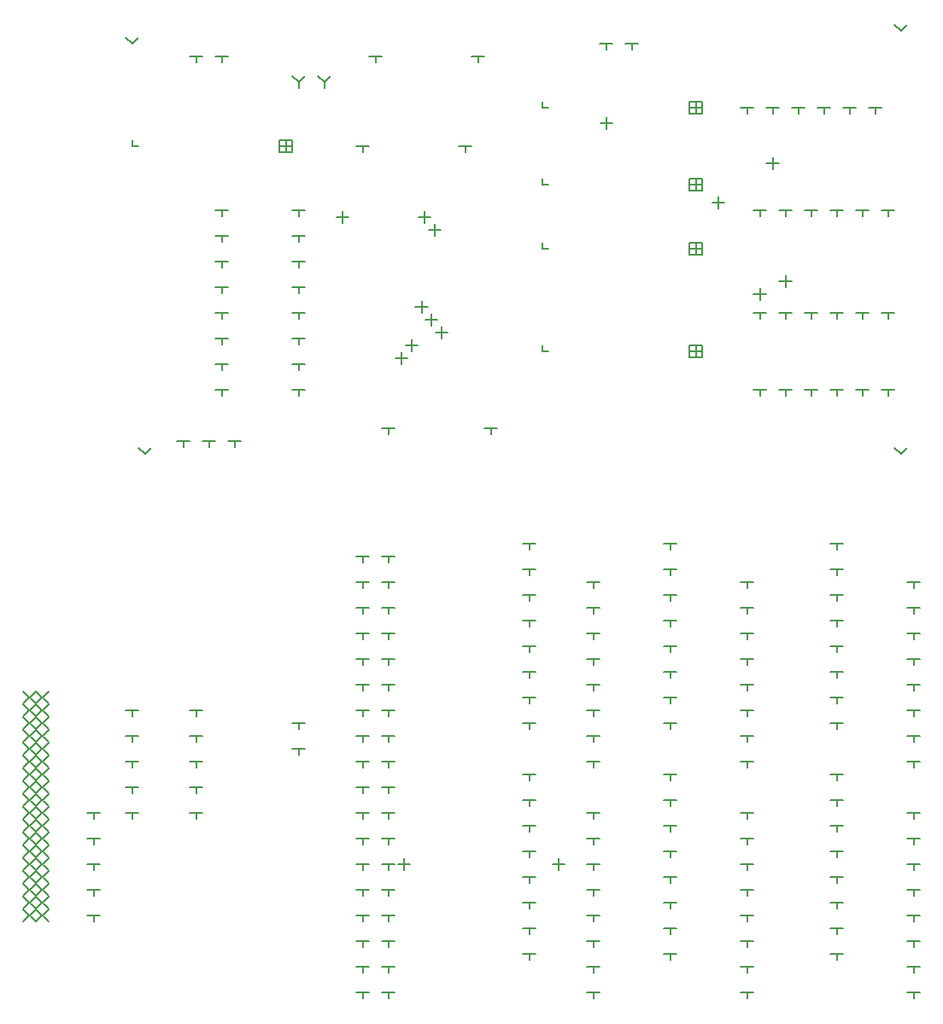
<source format=gbr>
G04 DipTrace 2.4.0.2*
%INThrough.gbr*%
%MOIN*%
G04 Drill Symbols*
G04 D=0.0191 - Cross*
G04 D=0.0236 - X*
G04 D=0.028 - Y*
G04 D=0.0354 - T*
G04 D=0.0394 - V*
G04 D=0.046 - Clock*
G04 D=0.046 - Box_Cross*
%ADD10C,0.008*%
%FSLAX44Y44*%
G04*
G70*
G90*
G75*
G01*
X23205Y42440D2*
D10*
X23675D1*
X23440D2*
Y42205D1*
X19205Y42440D2*
X19675D1*
X19440D2*
Y42205D1*
X22705Y38940D2*
X23175D1*
X22940D2*
Y38705D1*
X18705Y38940D2*
X19175D1*
X18940D2*
Y38705D1*
X23705Y27940D2*
X24175D1*
X23940D2*
Y27705D1*
X19705Y27940D2*
X20175D1*
X19940D2*
Y27705D1*
X11705Y27440D2*
X12175D1*
X11940D2*
Y27205D1*
X12705Y27440D2*
X13175D1*
X12940D2*
Y27205D1*
X13705Y27440D2*
X14175D1*
X13940D2*
Y27205D1*
X12205Y42440D2*
X12675D1*
X12440D2*
Y42205D1*
X13205Y42440D2*
X13675D1*
X13440D2*
Y42205D1*
X33705Y40440D2*
X34175D1*
X33940D2*
Y40205D1*
X34705Y40440D2*
X35175D1*
X34940D2*
Y40205D1*
X35705Y40440D2*
X36175D1*
X35940D2*
Y40205D1*
X36705Y40440D2*
X37175D1*
X36940D2*
Y40205D1*
X37705Y40440D2*
X38175D1*
X37940D2*
Y40205D1*
X38705Y40440D2*
X39175D1*
X38940D2*
Y40205D1*
X34205Y36440D2*
X34675D1*
X34440D2*
Y36205D1*
X35205Y36440D2*
X35675D1*
X35440D2*
Y36205D1*
X36205Y36440D2*
X36675D1*
X36440D2*
Y36205D1*
X37205Y36440D2*
X37675D1*
X37440D2*
Y36205D1*
X38205Y36440D2*
X38675D1*
X38440D2*
Y36205D1*
X39205Y36440D2*
X39675D1*
X39440D2*
Y36205D1*
X34205Y32440D2*
X34675D1*
X34440D2*
Y32205D1*
X35205Y32440D2*
X35675D1*
X35440D2*
Y32205D1*
X36205Y32440D2*
X36675D1*
X36440D2*
Y32205D1*
X37205Y32440D2*
X37675D1*
X37440D2*
Y32205D1*
X38205Y32440D2*
X38675D1*
X38440D2*
Y32205D1*
X39205Y32440D2*
X39675D1*
X39440D2*
Y32205D1*
X34205Y29440D2*
X34675D1*
X34440D2*
Y29205D1*
X35205Y29440D2*
X35675D1*
X35440D2*
Y29205D1*
X36205Y29440D2*
X36675D1*
X36440D2*
Y29205D1*
X37205Y29440D2*
X37675D1*
X37440D2*
Y29205D1*
X38205Y29440D2*
X38675D1*
X38440D2*
Y29205D1*
X39205Y29440D2*
X39675D1*
X39440D2*
Y29205D1*
X28205Y42940D2*
X28675D1*
X28440D2*
Y42705D1*
X29205Y42940D2*
X29675D1*
X29440D2*
Y42705D1*
X31940Y40675D2*
Y40205D1*
X31705Y40440D2*
X32175D1*
X31705Y40675D2*
X32175D1*
Y40205D1*
X31705D1*
Y40675D1*
X25940D2*
Y40440D1*
X26175D1*
X31940Y37675D2*
Y37205D1*
X31705Y37440D2*
X32175D1*
X31705Y37675D2*
X32175D1*
Y37205D1*
X31705D1*
Y37675D1*
X25940D2*
Y37440D1*
X26175D1*
X31940Y35175D2*
Y34705D1*
X31705Y34940D2*
X32175D1*
X31705Y35175D2*
X32175D1*
Y34705D1*
X31705D1*
Y35175D1*
X25940D2*
Y34940D1*
X26175D1*
X31940Y31175D2*
Y30705D1*
X31705Y30940D2*
X32175D1*
X31705Y31175D2*
X32175D1*
Y30705D1*
X31705D1*
Y31175D1*
X25940D2*
Y30940D1*
X26175D1*
X13205Y36440D2*
X13675D1*
X13440D2*
Y36205D1*
X13205Y35440D2*
X13675D1*
X13440D2*
Y35205D1*
X13205Y34440D2*
X13675D1*
X13440D2*
Y34205D1*
X13205Y33440D2*
X13675D1*
X13440D2*
Y33205D1*
X13205Y32440D2*
X13675D1*
X13440D2*
Y32205D1*
X13205Y31440D2*
X13675D1*
X13440D2*
Y31205D1*
X13205Y30440D2*
X13675D1*
X13440D2*
Y30205D1*
X13205Y29440D2*
X13675D1*
X13440D2*
Y29205D1*
X16205Y29440D2*
X16675D1*
X16440D2*
Y29205D1*
X16205Y30440D2*
X16675D1*
X16440D2*
Y30205D1*
X16205Y31440D2*
X16675D1*
X16440D2*
Y31205D1*
X16205Y32440D2*
X16675D1*
X16440D2*
Y32205D1*
X16205Y33440D2*
X16675D1*
X16440D2*
Y33205D1*
X16205Y34440D2*
X16675D1*
X16440D2*
Y34205D1*
X16205Y35440D2*
X16675D1*
X16440D2*
Y35205D1*
X16205Y36440D2*
X16675D1*
X16440D2*
Y36205D1*
X17205Y41675D2*
X17440Y41440D1*
X17675Y41675D1*
X17440Y41440D2*
Y41205D1*
X16205Y41675D2*
X16440Y41440D1*
X16675Y41675D1*
X16440Y41440D2*
Y41205D1*
X15940Y39175D2*
Y38705D1*
X15705Y38940D2*
X16175D1*
X15705Y39175D2*
X16175D1*
Y38705D1*
X15705D1*
Y39175D1*
X9940D2*
Y38940D1*
X10175D1*
X20450Y30925D2*
Y30455D1*
X20215Y30690D2*
X20685D1*
X21747Y35925D2*
Y35455D1*
X21512Y35690D2*
X21982D1*
X21353Y36425D2*
Y35955D1*
X21118Y36190D2*
X21588D1*
X18170Y36425D2*
Y35955D1*
X17935Y36190D2*
X18405D1*
X32825Y36995D2*
Y36525D1*
X32590Y36760D2*
X33060D1*
X34940Y38530D2*
Y38060D1*
X34705Y38295D2*
X35175D1*
X28468Y40080D2*
Y39610D1*
X28233Y39845D2*
X28703D1*
X34440Y33425D2*
Y32955D1*
X34205Y33190D2*
X34675D1*
X35440Y33925D2*
Y33455D1*
X35205Y33690D2*
X35675D1*
X21240Y32925D2*
Y32455D1*
X21005Y32690D2*
X21475D1*
X21634Y32425D2*
Y31955D1*
X21399Y32190D2*
X21869D1*
X20845Y31425D2*
Y30955D1*
X20610Y31190D2*
X21080D1*
X22029Y31925D2*
Y31455D1*
X21794Y31690D2*
X22264D1*
X9705Y12940D2*
X10175D1*
X9940D2*
Y12705D1*
X9705Y13940D2*
X10175D1*
X9940D2*
Y13705D1*
X9705Y14940D2*
X10175D1*
X9940D2*
Y14705D1*
X9705Y15940D2*
X10175D1*
X9940D2*
Y15705D1*
X9705Y16940D2*
X10175D1*
X9940D2*
Y16705D1*
X5705Y17675D2*
X6175Y17205D1*
Y17675D2*
X5705Y17205D1*
X6205Y17675D2*
X6675Y17205D1*
Y17675D2*
X6205Y17205D1*
X5705Y17175D2*
X6175Y16705D1*
Y17175D2*
X5705Y16705D1*
X6205Y17175D2*
X6675Y16705D1*
Y17175D2*
X6205Y16705D1*
X5705Y16675D2*
X6175Y16205D1*
Y16675D2*
X5705Y16205D1*
X6205Y16675D2*
X6675Y16205D1*
Y16675D2*
X6205Y16205D1*
X5705Y16175D2*
X6175Y15705D1*
Y16175D2*
X5705Y15705D1*
X6205Y16175D2*
X6675Y15705D1*
Y16175D2*
X6205Y15705D1*
X5705Y15675D2*
X6175Y15205D1*
Y15675D2*
X5705Y15205D1*
X6205Y15675D2*
X6675Y15205D1*
Y15675D2*
X6205Y15205D1*
X5705Y15175D2*
X6175Y14705D1*
Y15175D2*
X5705Y14705D1*
X6205Y15175D2*
X6675Y14705D1*
Y15175D2*
X6205Y14705D1*
X5705Y14675D2*
X6175Y14205D1*
Y14675D2*
X5705Y14205D1*
X6205Y14675D2*
X6675Y14205D1*
Y14675D2*
X6205Y14205D1*
X5705Y14175D2*
X6175Y13705D1*
Y14175D2*
X5705Y13705D1*
X6205Y14175D2*
X6675Y13705D1*
Y14175D2*
X6205Y13705D1*
X5705Y13675D2*
X6175Y13205D1*
Y13675D2*
X5705Y13205D1*
X6205Y13675D2*
X6675Y13205D1*
Y13675D2*
X6205Y13205D1*
X5705Y13175D2*
X6175Y12705D1*
Y13175D2*
X5705Y12705D1*
X6205Y13175D2*
X6675Y12705D1*
Y13175D2*
X6205Y12705D1*
X5705Y12675D2*
X6175Y12205D1*
Y12675D2*
X5705Y12205D1*
X6205Y12675D2*
X6675Y12205D1*
Y12675D2*
X6205Y12205D1*
X5705Y12175D2*
X6175Y11705D1*
Y12175D2*
X5705Y11705D1*
X6205Y12175D2*
X6675Y11705D1*
Y12175D2*
X6205Y11705D1*
X5705Y11675D2*
X6175Y11205D1*
Y11675D2*
X5705Y11205D1*
X6205Y11675D2*
X6675Y11205D1*
Y11675D2*
X6205Y11205D1*
X5705Y11175D2*
X6175Y10705D1*
Y11175D2*
X5705Y10705D1*
X6205Y11175D2*
X6675Y10705D1*
Y11175D2*
X6205Y10705D1*
X5705Y10675D2*
X6175Y10205D1*
Y10675D2*
X5705Y10205D1*
X6205Y10675D2*
X6675Y10205D1*
Y10675D2*
X6205Y10205D1*
X5705Y10175D2*
X6175Y9705D1*
Y10175D2*
X5705Y9705D1*
X6205Y10175D2*
X6675Y9705D1*
Y10175D2*
X6205Y9705D1*
X5705Y9675D2*
X6175Y9205D1*
Y9675D2*
X5705Y9205D1*
X6205Y9675D2*
X6675Y9205D1*
Y9675D2*
X6205Y9205D1*
X5705Y9175D2*
X6175Y8705D1*
Y9175D2*
X5705Y8705D1*
X6205Y9175D2*
X6675Y8705D1*
Y9175D2*
X6205Y8705D1*
X12205Y12940D2*
X12675D1*
X12440D2*
Y12705D1*
X12205Y13940D2*
X12675D1*
X12440D2*
Y13705D1*
X12205Y14940D2*
X12675D1*
X12440D2*
Y14705D1*
X12205Y15940D2*
X12675D1*
X12440D2*
Y15705D1*
X12205Y16940D2*
X12675D1*
X12440D2*
Y16705D1*
X8205Y8940D2*
X8675D1*
X8440D2*
Y8705D1*
X8205Y9940D2*
X8675D1*
X8440D2*
Y9705D1*
X8205Y10940D2*
X8675D1*
X8440D2*
Y10705D1*
X8205Y11940D2*
X8675D1*
X8440D2*
Y11705D1*
X8205Y12940D2*
X8675D1*
X8440D2*
Y12705D1*
X18705Y22940D2*
X19175D1*
X18940D2*
Y22705D1*
X19705Y22940D2*
X20175D1*
X19940D2*
Y22705D1*
X18705Y21940D2*
X19175D1*
X18940D2*
Y21705D1*
X19705Y21940D2*
X20175D1*
X19940D2*
Y21705D1*
X18705Y20940D2*
X19175D1*
X18940D2*
Y20705D1*
X19705Y20940D2*
X20175D1*
X19940D2*
Y20705D1*
X18705Y19940D2*
X19175D1*
X18940D2*
Y19705D1*
X19705Y19940D2*
X20175D1*
X19940D2*
Y19705D1*
X18705Y18940D2*
X19175D1*
X18940D2*
Y18705D1*
X19705Y18940D2*
X20175D1*
X19940D2*
Y18705D1*
X18705Y17940D2*
X19175D1*
X18940D2*
Y17705D1*
X19705Y17940D2*
X20175D1*
X19940D2*
Y17705D1*
X18705Y16940D2*
X19175D1*
X18940D2*
Y16705D1*
X19705Y16940D2*
X20175D1*
X19940D2*
Y16705D1*
X18705Y15940D2*
X19175D1*
X18940D2*
Y15705D1*
X19705Y15940D2*
X20175D1*
X19940D2*
Y15705D1*
X18705Y14940D2*
X19175D1*
X18940D2*
Y14705D1*
X19705Y14940D2*
X20175D1*
X19940D2*
Y14705D1*
X18705Y13940D2*
X19175D1*
X18940D2*
Y13705D1*
X19705Y13940D2*
X20175D1*
X19940D2*
Y13705D1*
X18705Y12940D2*
X19175D1*
X18940D2*
Y12705D1*
X19705Y12940D2*
X20175D1*
X19940D2*
Y12705D1*
X18705Y11940D2*
X19175D1*
X18940D2*
Y11705D1*
X19705Y11940D2*
X20175D1*
X19940D2*
Y11705D1*
X18705Y10940D2*
X19175D1*
X18940D2*
Y10705D1*
X19705Y10940D2*
X20175D1*
X19940D2*
Y10705D1*
X18705Y9940D2*
X19175D1*
X18940D2*
Y9705D1*
X19705Y9940D2*
X20175D1*
X19940D2*
Y9705D1*
X18705Y8940D2*
X19175D1*
X18940D2*
Y8705D1*
X19705Y8940D2*
X20175D1*
X19940D2*
Y8705D1*
X18705Y7940D2*
X19175D1*
X18940D2*
Y7705D1*
X19705Y7940D2*
X20175D1*
X19940D2*
Y7705D1*
X18705Y6940D2*
X19175D1*
X18940D2*
Y6705D1*
X19705Y6940D2*
X20175D1*
X19940D2*
Y6705D1*
X18705Y5940D2*
X19175D1*
X18940D2*
Y5705D1*
X19705Y5940D2*
X20175D1*
X19940D2*
Y5705D1*
X25205Y23440D2*
X25675D1*
X25440D2*
Y23205D1*
X25205Y22440D2*
X25675D1*
X25440D2*
Y22205D1*
X25205Y21440D2*
X25675D1*
X25440D2*
Y21205D1*
X25205Y20440D2*
X25675D1*
X25440D2*
Y20205D1*
X25205Y19440D2*
X25675D1*
X25440D2*
Y19205D1*
X25205Y18440D2*
X25675D1*
X25440D2*
Y18205D1*
X25205Y17440D2*
X25675D1*
X25440D2*
Y17205D1*
X25205Y16440D2*
X25675D1*
X25440D2*
Y16205D1*
X30705Y23440D2*
X31175D1*
X30940D2*
Y23205D1*
X30705Y22440D2*
X31175D1*
X30940D2*
Y22205D1*
X30705Y21440D2*
X31175D1*
X30940D2*
Y21205D1*
X30705Y20440D2*
X31175D1*
X30940D2*
Y20205D1*
X30705Y19440D2*
X31175D1*
X30940D2*
Y19205D1*
X30705Y18440D2*
X31175D1*
X30940D2*
Y18205D1*
X30705Y17440D2*
X31175D1*
X30940D2*
Y17205D1*
X30705Y16440D2*
X31175D1*
X30940D2*
Y16205D1*
X27705Y21940D2*
X28175D1*
X27940D2*
Y21705D1*
X27705Y20940D2*
X28175D1*
X27940D2*
Y20705D1*
X27705Y19940D2*
X28175D1*
X27940D2*
Y19705D1*
X27705Y18940D2*
X28175D1*
X27940D2*
Y18705D1*
X27705Y17940D2*
X28175D1*
X27940D2*
Y17705D1*
X27705Y16940D2*
X28175D1*
X27940D2*
Y16705D1*
X27705Y15940D2*
X28175D1*
X27940D2*
Y15705D1*
X27705Y14940D2*
X28175D1*
X27940D2*
Y14705D1*
X33705Y21940D2*
X34175D1*
X33940D2*
Y21705D1*
X33705Y20940D2*
X34175D1*
X33940D2*
Y20705D1*
X33705Y19940D2*
X34175D1*
X33940D2*
Y19705D1*
X33705Y18940D2*
X34175D1*
X33940D2*
Y18705D1*
X33705Y17940D2*
X34175D1*
X33940D2*
Y17705D1*
X33705Y16940D2*
X34175D1*
X33940D2*
Y16705D1*
X33705Y15940D2*
X34175D1*
X33940D2*
Y15705D1*
X33705Y14940D2*
X34175D1*
X33940D2*
Y14705D1*
X37205Y23440D2*
X37675D1*
X37440D2*
Y23205D1*
X37205Y22440D2*
X37675D1*
X37440D2*
Y22205D1*
X37205Y21440D2*
X37675D1*
X37440D2*
Y21205D1*
X37205Y20440D2*
X37675D1*
X37440D2*
Y20205D1*
X37205Y19440D2*
X37675D1*
X37440D2*
Y19205D1*
X37205Y18440D2*
X37675D1*
X37440D2*
Y18205D1*
X37205Y17440D2*
X37675D1*
X37440D2*
Y17205D1*
X37205Y16440D2*
X37675D1*
X37440D2*
Y16205D1*
X40205Y21940D2*
X40675D1*
X40440D2*
Y21705D1*
X40205Y20940D2*
X40675D1*
X40440D2*
Y20705D1*
X40205Y19940D2*
X40675D1*
X40440D2*
Y19705D1*
X40205Y18940D2*
X40675D1*
X40440D2*
Y18705D1*
X40205Y17940D2*
X40675D1*
X40440D2*
Y17705D1*
X40205Y16940D2*
X40675D1*
X40440D2*
Y16705D1*
X40205Y15940D2*
X40675D1*
X40440D2*
Y15705D1*
X40205Y14940D2*
X40675D1*
X40440D2*
Y14705D1*
X25205Y14440D2*
X25675D1*
X25440D2*
Y14205D1*
X25205Y13440D2*
X25675D1*
X25440D2*
Y13205D1*
X25205Y12440D2*
X25675D1*
X25440D2*
Y12205D1*
X25205Y11440D2*
X25675D1*
X25440D2*
Y11205D1*
X25205Y10440D2*
X25675D1*
X25440D2*
Y10205D1*
X25205Y9440D2*
X25675D1*
X25440D2*
Y9205D1*
X25205Y8440D2*
X25675D1*
X25440D2*
Y8205D1*
X25205Y7440D2*
X25675D1*
X25440D2*
Y7205D1*
X30705Y14440D2*
X31175D1*
X30940D2*
Y14205D1*
X30705Y13440D2*
X31175D1*
X30940D2*
Y13205D1*
X30705Y12440D2*
X31175D1*
X30940D2*
Y12205D1*
X30705Y11440D2*
X31175D1*
X30940D2*
Y11205D1*
X30705Y10440D2*
X31175D1*
X30940D2*
Y10205D1*
X30705Y9440D2*
X31175D1*
X30940D2*
Y9205D1*
X30705Y8440D2*
X31175D1*
X30940D2*
Y8205D1*
X30705Y7440D2*
X31175D1*
X30940D2*
Y7205D1*
X27705Y12940D2*
X28175D1*
X27940D2*
Y12705D1*
X27705Y11940D2*
X28175D1*
X27940D2*
Y11705D1*
X27705Y10940D2*
X28175D1*
X27940D2*
Y10705D1*
X27705Y9940D2*
X28175D1*
X27940D2*
Y9705D1*
X27705Y8940D2*
X28175D1*
X27940D2*
Y8705D1*
X27705Y7940D2*
X28175D1*
X27940D2*
Y7705D1*
X27705Y6940D2*
X28175D1*
X27940D2*
Y6705D1*
X27705Y5940D2*
X28175D1*
X27940D2*
Y5705D1*
X33705Y12940D2*
X34175D1*
X33940D2*
Y12705D1*
X33705Y11940D2*
X34175D1*
X33940D2*
Y11705D1*
X33705Y10940D2*
X34175D1*
X33940D2*
Y10705D1*
X33705Y9940D2*
X34175D1*
X33940D2*
Y9705D1*
X33705Y8940D2*
X34175D1*
X33940D2*
Y8705D1*
X33705Y7940D2*
X34175D1*
X33940D2*
Y7705D1*
X33705Y6940D2*
X34175D1*
X33940D2*
Y6705D1*
X33705Y5940D2*
X34175D1*
X33940D2*
Y5705D1*
X37205Y14440D2*
X37675D1*
X37440D2*
Y14205D1*
X37205Y13440D2*
X37675D1*
X37440D2*
Y13205D1*
X37205Y12440D2*
X37675D1*
X37440D2*
Y12205D1*
X37205Y11440D2*
X37675D1*
X37440D2*
Y11205D1*
X37205Y10440D2*
X37675D1*
X37440D2*
Y10205D1*
X37205Y9440D2*
X37675D1*
X37440D2*
Y9205D1*
X37205Y8440D2*
X37675D1*
X37440D2*
Y8205D1*
X37205Y7440D2*
X37675D1*
X37440D2*
Y7205D1*
X40205Y12940D2*
X40675D1*
X40440D2*
Y12705D1*
X40205Y11940D2*
X40675D1*
X40440D2*
Y11705D1*
X40205Y10940D2*
X40675D1*
X40440D2*
Y10705D1*
X40205Y9940D2*
X40675D1*
X40440D2*
Y9705D1*
X40205Y8940D2*
X40675D1*
X40440D2*
Y8705D1*
X40205Y7940D2*
X40675D1*
X40440D2*
Y7705D1*
X40205Y6940D2*
X40675D1*
X40440D2*
Y6705D1*
X40205Y5940D2*
X40675D1*
X40440D2*
Y5705D1*
X16205Y15440D2*
X16675D1*
X16440D2*
Y15205D1*
X16205Y16440D2*
X16675D1*
X16440D2*
Y16205D1*
X26585Y11175D2*
Y10705D1*
X26350Y10940D2*
X26820D1*
X20565Y11175D2*
Y10705D1*
X20330Y10940D2*
X20800D1*
X9705Y43175D2*
X9940Y42940D1*
X10175Y43175D1*
X10205Y27175D2*
X10440Y26940D1*
X10675Y27175D1*
X39705D2*
X39940Y26940D1*
X40175Y27175D1*
X39705Y43675D2*
X39940Y43440D1*
X40175Y43675D1*
M02*

</source>
